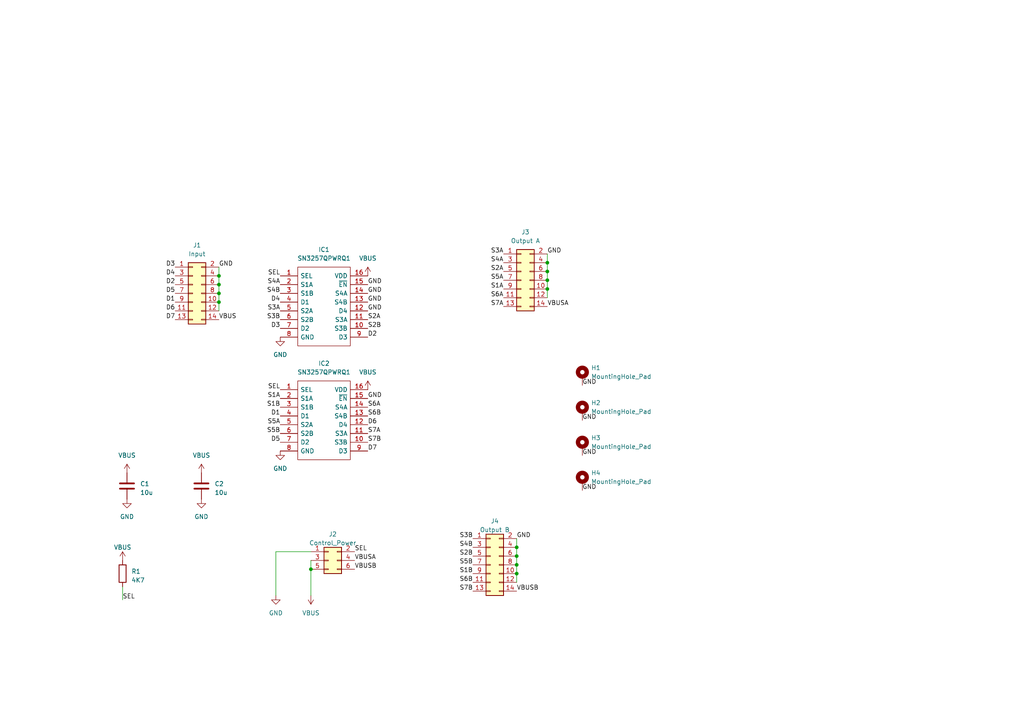
<source format=kicad_sch>
(kicad_sch (version 20230121) (generator eeschema)
  (paper "A4")
  (lib_symbols
    (symbol "Connector_Generic:Conn_02x03_Odd_Even" (pin_names (offset 1.016) hide)
      (property "Reference" "J" (at 1.27 5.08 0))
      (property "Value" "Conn_02x03_Odd_Even" (at 1.27 -5.08 0))
      (symbol "Conn_02x03_Odd_Even_1_1"
        (rectangle (start -1.27 -2.413) (end 0 -2.667) (stroke (width 0.1524)))
        (rectangle (start -1.27 0.127) (end 0 -0.127) (stroke (width 0.1524)))
        (rectangle (start -1.27 2.667) (end 0 2.413) (stroke (width 0.1524)))
        (rectangle (start -1.27 3.81) (end 3.81 -3.81) (stroke (width 0.254)) (fill (type background)))
        (rectangle (start 3.81 -2.413) (end 2.54 -2.667) (stroke (width 0.1524)))
        (rectangle (start 3.81 0.127) (end 2.54 -0.127) (stroke (width 0.1524)))
        (rectangle (start 3.81 2.667) (end 2.54 2.413) (stroke (width 0.1524)))
        (pin passive line (at -5.08 2.54 0) (length 3.81) (name "Pin_1") (number "1"))
        (pin passive line (at 7.62 2.54 180) (length 3.81) (name "Pin_2") (number "2"))
        (pin passive line (at -5.08 0 0) (length 3.81) (name "Pin_3") (number "3"))
        (pin passive line (at 7.62 0 180) (length 3.81) (name "Pin_4") (number "4"))
        (pin passive line (at -5.08 -2.54 0) (length 3.81) (name "Pin_5") (number "5"))
        (pin passive line (at 7.62 -2.54 180) (length 3.81) (name "Pin_6") (number "6"))
      )
    )
    (symbol "Connector_Generic:Conn_02x07_Odd_Even" (pin_names (offset 1.016) hide)
      (property "Reference" "J" (at 1.27 10.16 0))
      (property "Value" "Conn_02x07_Odd_Even" (at 1.27 -10.16 0))
      (symbol "Conn_02x07_Odd_Even_1_1"
        (rectangle (start -1.27 -7.493) (end 0 -7.747) (stroke (width 0.1524)))
        (rectangle (start -1.27 -4.953) (end 0 -5.207) (stroke (width 0.1524)))
        (rectangle (start -1.27 -2.413) (end 0 -2.667) (stroke (width 0.1524)))
        (rectangle (start -1.27 0.127) (end 0 -0.127) (stroke (width 0.1524)))
        (rectangle (start -1.27 2.667) (end 0 2.413) (stroke (width 0.1524)))
        (rectangle (start -1.27 5.207) (end 0 4.953) (stroke (width 0.1524)))
        (rectangle (start -1.27 7.747) (end 0 7.493) (stroke (width 0.1524)))
        (rectangle (start -1.27 8.89) (end 3.81 -8.89) (stroke (width 0.254)) (fill (type background)))
        (rectangle (start 3.81 -7.493) (end 2.54 -7.747) (stroke (width 0.1524)))
        (rectangle (start 3.81 -4.953) (end 2.54 -5.207) (stroke (width 0.1524)))
        (rectangle (start 3.81 -2.413) (end 2.54 -2.667) (stroke (width 0.1524)))
        (rectangle (start 3.81 0.127) (end 2.54 -0.127) (stroke (width 0.1524)))
        (rectangle (start 3.81 2.667) (end 2.54 2.413) (stroke (width 0.1524)))
        (rectangle (start 3.81 5.207) (end 2.54 4.953) (stroke (width 0.1524)))
        (rectangle (start 3.81 7.747) (end 2.54 7.493) (stroke (width 0.1524)))
        (pin passive line (at -5.08 7.62 0) (length 3.81) (name "Pin_1") (number "1"))
        (pin passive line (at 7.62 -2.54 180) (length 3.81) (name "Pin_10") (number "10"))
        (pin passive line (at -5.08 -5.08 0) (length 3.81) (name "Pin_11") (number "11"))
        (pin passive line (at 7.62 -5.08 180) (length 3.81) (name "Pin_12") (number "12"))
        (pin passive line (at -5.08 -7.62 0) (length 3.81) (name "Pin_13") (number "13"))
        (pin passive line (at 7.62 -7.62 180) (length 3.81) (name "Pin_14") (number "14"))
        (pin passive line (at 7.62 7.62 180) (length 3.81) (name "Pin_2") (number "2"))
        (pin passive line (at -5.08 5.08 0) (length 3.81) (name "Pin_3") (number "3"))
        (pin passive line (at 7.62 5.08 180) (length 3.81) (name "Pin_4") (number "4"))
        (pin passive line (at -5.08 2.54 0) (length 3.81) (name "Pin_5") (number "5"))
        (pin passive line (at 7.62 2.54 180) (length 3.81) (name "Pin_6") (number "6"))
        (pin passive line (at -5.08 0 0) (length 3.81) (name "Pin_7") (number "7"))
        (pin passive line (at 7.62 0 180) (length 3.81) (name "Pin_8") (number "8"))
        (pin passive line (at -5.08 -2.54 0) (length 3.81) (name "Pin_9") (number "9"))
      )
    )
    (symbol "Device:C" (pin_numbers hide) (pin_names (offset 0.254))
      (property "Reference" "C" (at 0.635 2.54 0))
      (property "Value" "C" (at 0.635 -2.54 0))
      (symbol "C_0_1"
        (polyline (pts (xy -2.032 -0.762) (xy 2.032 -0.762)) (stroke (width 0.508)))
        (polyline (pts (xy -2.032 0.762) (xy 2.032 0.762)) (stroke (width 0.508)))
      )
      (symbol "C_1_1"
        (pin passive line (at 0 3.81 270) (length 2.794) (name "~") (number "1"))
        (pin passive line (at 0 -3.81 90) (length 2.794) (name "~") (number "2"))
      )
    )
    (symbol "Device:R" (pin_numbers hide) (pin_names (offset 0))
      (property "Reference" "R" (at 2.032 0 90))
      (property "Value" "R" (at 0 0 90))
      (symbol "R_0_1"
        (rectangle (start -1.016 -2.54) (end 1.016 2.54) (stroke (width 0.254)))
      )
      (symbol "R_1_1"
        (pin passive line (at 0 3.81 270) (length 1.27) (name "~") (number "1"))
        (pin passive line (at 0 -3.81 90) (length 1.27) (name "~") (number "2"))
      )
    )
    (symbol "Mechanical:MountingHole_Pad" (pin_numbers hide) (pin_names (offset 1.016) hide)
      (property "Reference" "H" (at 0 6.35 0))
      (property "Value" "MountingHole_Pad" (at 0 4.445 0))
      (symbol "MountingHole_Pad_0_1"
        (circle (center 0 1.27) (radius 1.27) (stroke (width 1.27)))
      )
      (symbol "MountingHole_Pad_1_1"
        (pin input line (at 0 -2.54 90) (length 2.54) (name "1") (number "1"))
      )
    )
    (symbol "mouser:SN3257QPWRQ1" (pin_names (offset 0.762))
      (property "Reference" "IC" (at 21.59 7.62 0))
      (property "Value" "SN3257QPWRQ1" (at 21.59 5.08 0))
      (symbol "SN3257QPWRQ1_0_0"
        (pin passive line (at 0 0 0) (length 5.08) (name "SEL") (number "1"))
        (pin passive line (at 25.4 -15.24 180) (length 5.08) (name "S3B") (number "10"))
        (pin passive line (at 25.4 -12.7 180) (length 5.08) (name "S3A") (number "11"))
        (pin passive line (at 25.4 -10.16 180) (length 5.08) (name "D4") (number "12"))
        (pin passive line (at 25.4 -7.62 180) (length 5.08) (name "S4B") (number "13"))
        (pin passive line (at 25.4 -5.08 180) (length 5.08) (name "S4A") (number "14"))
        (pin passive line (at 25.4 -2.54 180) (length 5.08) (name "~{EN}") (number "15"))
        (pin passive line (at 25.4 0 180) (length 5.08) (name "VDD") (number "16"))
        (pin passive line (at 0 -2.54 0) (length 5.08) (name "S1A") (number "2"))
        (pin passive line (at 0 -5.08 0) (length 5.08) (name "S1B") (number "3"))
        (pin passive line (at 0 -7.62 0) (length 5.08) (name "D1") (number "4"))
        (pin passive line (at 0 -10.16 0) (length 5.08) (name "S2A") (number "5"))
        (pin passive line (at 0 -12.7 0) (length 5.08) (name "S2B") (number "6"))
        (pin passive line (at 0 -15.24 0) (length 5.08) (name "D2") (number "7"))
        (pin passive line (at 0 -17.78 0) (length 5.08) (name "GND") (number "8"))
        (pin passive line (at 25.4 -17.78 180) (length 5.08) (name "D3") (number "9"))
      )
      (symbol "SN3257QPWRQ1_0_1"
        (polyline (pts (xy 5.08 2.54) (xy 20.32 2.54) (xy 20.32 -20.32) (xy 5.08 -20.32) (xy 5.08 2.54)) (stroke (width 0.1524)))
      )
    )
    (symbol "power:GND" (power) (pin_names (offset 0))
      (property "Value" "GND" (at 0 -3.81 0))
      (symbol "GND_0_1"
        (polyline (pts (xy 0 0) (xy 0 -1.27) (xy 1.27 -1.27) (xy 0 -2.54) (xy -1.27 -1.27) (xy 0 -1.27)))
      )
      (symbol "GND_1_1"
        (pin power_in line (at 0 0 270) (length 0) hide (name "GND") (number "1"))
      )
    )
    (symbol "power:VBUS" (power) (pin_names (offset 0))
      (property "Value" "VBUS" (at 0 3.81 0))
      (symbol "VBUS_0_1"
        (polyline (pts (xy -0.762 1.27) (xy 0 2.54)))
        (polyline (pts (xy 0 0) (xy 0 2.54)))
        (polyline (pts (xy 0 2.54) (xy 0.762 1.27)))
      )
      (symbol "VBUS_1_1"
        (pin power_in line (at 0 0 90) (length 0) hide (name "VBUS") (number "1"))
      )
    )
  )
  (junction (at 149.86 166.37))
  (junction (at 149.86 161.29))
  (junction (at 90.17 165.1))
  (junction (at 149.86 158.75))
  (junction (at 158.75 83.82))
  (junction (at 158.75 76.2))
  (junction (at 63.5 82.55))
  (junction (at 158.75 81.28))
  (junction (at 63.5 87.63))
  (junction (at 63.5 85.09))
  (junction (at 149.86 163.83))
  (junction (at 63.5 80.01))
  (junction (at 158.75 78.74))
  (wire (pts (xy 149.86 156.21) (xy 149.86 158.75)))
  (wire (pts (xy 158.75 78.74) (xy 158.75 81.28)))
  (wire (pts (xy 63.5 82.55) (xy 63.5 85.09)))
  (wire (pts (xy 90.17 162.56) (xy 90.17 165.1)))
  (wire (pts (xy 149.86 161.29) (xy 149.86 163.83)))
  (wire (pts (xy 63.5 87.63) (xy 63.5 90.17)))
  (wire (pts (xy 158.75 73.66) (xy 158.75 76.2)))
  (wire (pts (xy 90.17 160.02) (xy 80.01 160.02)))
  (wire (pts (xy 149.86 163.83) (xy 149.86 166.37)))
  (wire (pts (xy 158.75 76.2) (xy 158.75 78.74)))
  (wire (pts (xy 63.5 77.47) (xy 63.5 80.01)))
  (wire (pts (xy 80.01 160.02) (xy 80.01 172.72)))
  (wire (pts (xy 149.86 158.75) (xy 149.86 161.29)))
  (wire (pts (xy 158.75 83.82) (xy 158.75 86.36)))
  (wire (pts (xy 149.86 166.37) (xy 149.86 168.91)))
  (wire (pts (xy 158.75 81.28) (xy 158.75 83.82)))
  (wire (pts (xy 63.5 80.01) (xy 63.5 82.55)))
  (wire (pts (xy 90.17 165.1) (xy 90.17 172.72)))
  (wire (pts (xy 63.5 85.09) (xy 63.5 87.63)))
  (wire (pts (xy 35.56 170.18) (xy 35.56 173.99)))
  (label "S2A" (at 146.05 78.74 180))
  (label "S4B" (at 81.28 85.09 180))
  (label "D5" (at 81.28 128.27 180))
  (label "D6" (at 50.8 90.17 180))
  (label "VBUS" (at 63.5 92.71 0))
  (label "VBUSB" (at 149.86 171.45 0))
  (label "GND" (at 168.91 111.76 0))
  (label "S5A" (at 81.28 123.19 180))
  (label "S7A" (at 146.05 88.9 180))
  (label "S7B" (at 106.68 128.27 0))
  (label "S1B" (at 137.16 166.37 180))
  (label "SEL" (at 81.28 80.01 180))
  (label "S1B" (at 81.28 118.11 180))
  (label "S6A" (at 106.68 118.11 0))
  (label "S5B" (at 81.28 125.73 180))
  (label "D7" (at 106.68 130.81 0))
  (label "GND" (at 168.91 132.08 0))
  (label "D1" (at 50.8 87.63 180))
  (label "D7" (at 50.8 92.71 180))
  (label "D1" (at 81.28 120.65 180))
  (label "S2B" (at 137.16 161.29 180))
  (label "D6" (at 106.68 123.19 0))
  (label "S5B" (at 137.16 163.83 180))
  (label "S6B" (at 137.16 168.91 180))
  (label "S6A" (at 146.05 86.36 180))
  (label "GND" (at 106.68 85.09 0))
  (label "S3A" (at 146.05 73.66 180))
  (label "GND" (at 106.68 90.17 0))
  (label "S3B" (at 137.16 156.21 180))
  (label "SEL" (at 81.28 113.03 180))
  (label "GND" (at 106.68 82.55 0))
  (label "S1A" (at 146.05 83.82 180))
  (label "D5" (at 50.8 85.09 180))
  (label "GND" (at 168.91 121.92 0))
  (label "S4B" (at 137.16 158.75 180))
  (label "D3" (at 81.28 95.25 180))
  (label "SEL" (at 35.56 173.99 0))
  (label "GND" (at 106.68 87.63 0))
  (label "D4" (at 81.28 87.63 180))
  (label "S2A" (at 106.68 92.71 0))
  (label "S4A" (at 146.05 76.2 180))
  (label "D2" (at 50.8 82.55 180))
  (label "S7B" (at 137.16 171.45 180))
  (label "S5A" (at 146.05 81.28 180))
  (label "GND" (at 63.5 77.47 0))
  (label "SEL" (at 102.87 160.02 0))
  (label "GND" (at 168.91 142.24 0))
  (label "S3A" (at 81.28 90.17 180))
  (label "GND" (at 106.68 115.57 0))
  (label "GND" (at 158.75 73.66 0))
  (label "VBUSA" (at 158.75 88.9 0))
  (label "D3" (at 50.8 77.47 180))
  (label "S2B" (at 106.68 95.25 0))
  (label "D2" (at 106.68 97.79 0))
  (label "S1A" (at 81.28 115.57 180))
  (label "VBUSB" (at 102.87 165.1 0))
  (label "GND" (at 149.86 156.21 0))
  (label "S6B" (at 106.68 120.65 0))
  (label "VBUSA" (at 102.87 162.56 0))
  (label "D4" (at 50.8 80.01 180))
  (label "S7A" (at 106.68 125.73 0))
  (label "S4A" (at 81.28 82.55 180))
  (label "S3B" (at 81.28 92.71 180))
  (symbol (lib_id "power:VBUS") (at 106.68 113.03 0) (unit 1)
    (property "Reference" "#PWR0108" (effects hide))
    (property "Value" "VBUS" (at 106.68 107.95 0))
  )
  (symbol (lib_id "Mechanical:MountingHole_Pad") (at 168.91 119.38 0) (unit 1)
    (property "Reference" "H2" (at 171.45 116.8399 0) (effects (justify left)))
    (property "Value" "MountingHole_Pad" (at 171.45 119.3799 0) (effects (justify left)))
    (property "Footprint" "MountingHole:MountingHole_3.2mm_M3_Pad_TopBottom" (effects hide))
  )
  (symbol (lib_id "Mechanical:MountingHole_Pad") (at 168.91 109.22 0) (unit 1)
    (property "Reference" "H1" (at 171.45 106.6799 0) (effects (justify left)))
    (property "Value" "MountingHole_Pad" (at 171.45 109.2199 0) (effects (justify left)))
    (property "Footprint" "MountingHole:MountingHole_3.2mm_M3_Pad_TopBottom" (effects hide))
  )
  (symbol (lib_id "power:GND") (at 80.01 172.72 0) (unit 1)
    (property "Reference" "#PWR0101" (effects hide))
    (property "Value" "GND" (at 80.01 177.8 0))
  )
  (symbol (lib_id "power:VBUS") (at 35.56 162.56 0) (unit 1)
    (property "Reference" "#PWR01" (effects hide))
    (property "Value" "VBUS" (at 35.56 158.75 0))
  )
  (symbol (lib_id "Mechanical:MountingHole_Pad") (at 168.91 129.54 0) (unit 1)
    (property "Reference" "H3" (at 171.45 126.9999 0) (effects (justify left)))
    (property "Value" "MountingHole_Pad" (at 171.45 129.5399 0) (effects (justify left)))
    (property "Footprint" "MountingHole:MountingHole_3.2mm_M3_Pad_TopBottom" (effects hide))
  )
  (symbol (lib_id "Connector_Generic:Conn_02x07_Odd_Even") (at 142.24 163.83 0) (unit 1)
    (property "Reference" "J4" (at 143.51 151.13 0))
    (property "Value" "Output B" (at 143.51 153.67 0))
    (property "Footprint" "Connector_PinHeader_2.54mm:PinHeader_2x07_P2.54mm_Vertical" (effects hide))
  )
  (symbol (lib_id "mouser:SN3257QPWRQ1") (at 81.28 113.03 0) (unit 1)
    (property "Reference" "IC2" (at 93.98 105.41 0))
    (property "Value" "SN3257QPWRQ1" (at 93.98 107.95 0))
    (property "Footprint" "mouser:SOP65P640X120-16N" (effects hide))
    (property "Datasheet" "https://www.ti.com/lit/gpn/SN3257-Q1" (effects hide))
    (property "Description" "PRECISION ANALOG MULTIPLEXER" (effects hide))
    (property "Height" "1.2" (effects hide))
    (property "Manufacturer_Name" "Texas Instruments" (effects hide))
    (property "Manufacturer_Part_Number" "SN3257QPWRQ1" (effects hide))
  )
  (symbol (lib_id "Device:C") (at 36.83 140.97 0) (unit 1)
    (property "Reference" "C1" (at 40.64 140.335 0) (effects (justify left)))
    (property "Value" "10u" (at 40.64 142.875 0) (effects (justify left)))
    (property "Footprint" "Capacitor_SMD:C_0805_2012Metric" (effects hide))
  )
  (symbol (lib_id "Device:R") (at 35.56 166.37 0) (unit 1)
    (property "Reference" "R1" (at 38.1 165.735 0) (effects (justify left)))
    (property "Value" "4K7" (at 38.1 168.275 0) (effects (justify left)))
    (property "Footprint" "Resistor_SMD:R_0805_2012Metric" (effects hide))
  )
  (symbol (lib_id "Device:C") (at 58.42 140.97 0) (unit 1)
    (property "Reference" "C2" (at 62.23 140.335 0) (effects (justify left)))
    (property "Value" "10u" (at 62.23 142.875 0) (effects (justify left)))
    (property "Footprint" "Capacitor_SMD:C_0805_2012Metric" (effects hide))
  )
  (symbol (lib_id "power:VBUS") (at 90.17 172.72 180) (unit 1)
    (property "Reference" "#PWR0102" (effects hide))
    (property "Value" "VBUS" (at 90.17 177.8 0))
  )
  (symbol (lib_id "Connector_Generic:Conn_02x07_Odd_Even") (at 151.13 81.28 0) (unit 1)
    (property "Reference" "J3" (at 152.4 67.31 0))
    (property "Value" "Output A" (at 152.4 69.85 0))
    (property "Footprint" "Connector_PinHeader_2.54mm:PinHeader_2x07_P2.54mm_Vertical" (effects hide))
  )
  (symbol (lib_id "Connector_Generic:Conn_02x03_Odd_Even") (at 95.25 162.56 0) (unit 1)
    (property "Reference" "J2" (at 96.52 154.94 0))
    (property "Value" "Control_Power" (at 96.52 157.48 0))
    (property "Footprint" "Connector_PinHeader_2.54mm:PinHeader_2x03_P2.54mm_Vertical" (effects hide))
  )
  (symbol (lib_id "mouser:SN3257QPWRQ1") (at 81.28 80.01 0) (unit 1)
    (property "Reference" "IC1" (at 93.98 72.39 0))
    (property "Value" "SN3257QPWRQ1" (at 93.98 74.93 0))
    (property "Footprint" "mouser:SOP65P640X120-16N" (effects hide))
    (property "Datasheet" "https://www.ti.com/lit/gpn/SN3257-Q1" (effects hide))
    (property "Description" "PRECISION ANALOG MULTIPLEXER" (effects hide))
    (property "Height" "1.2" (effects hide))
    (property "Manufacturer_Name" "Texas Instruments" (effects hide))
    (property "Manufacturer_Part_Number" "SN3257QPWRQ1" (effects hide))
  )
  (symbol (lib_id "power:GND") (at 81.28 130.81 0) (unit 1)
    (property "Reference" "#PWR0107" (effects hide))
    (property "Value" "GND" (at 81.28 135.89 0))
  )
  (symbol (lib_id "power:GND") (at 36.83 144.78 0) (unit 1)
    (property "Reference" "#PWR0104" (effects hide))
    (property "Value" "GND" (at 36.83 149.86 0))
  )
  (symbol (lib_id "power:VBUS") (at 106.68 80.01 0) (unit 1)
    (property "Reference" "#PWR0113" (effects hide))
    (property "Value" "VBUS" (at 106.68 74.93 0))
  )
  (symbol (lib_id "power:GND") (at 58.42 144.78 0) (unit 1)
    (property "Reference" "#PWR0106" (effects hide))
    (property "Value" "GND" (at 58.42 149.86 0))
  )
  (symbol (lib_id "power:GND") (at 81.28 97.79 0) (unit 1)
    (property "Reference" "#PWR0112" (effects hide))
    (property "Value" "GND" (at 81.28 102.87 0))
  )
  (symbol (lib_id "Mechanical:MountingHole_Pad") (at 168.91 139.7 0) (unit 1)
    (property "Reference" "H4" (at 171.45 137.1599 0) (effects (justify left)))
    (property "Value" "MountingHole_Pad" (at 171.45 139.6999 0) (effects (justify left)))
    (property "Footprint" "MountingHole:MountingHole_3.2mm_M3_Pad_TopBottom" (effects hide))
  )
  (symbol (lib_id "power:VBUS") (at 36.83 137.16 0) (unit 1)
    (property "Reference" "#PWR0103" (effects hide))
    (property "Value" "VBUS" (at 36.83 132.08 0))
  )
  (symbol (lib_id "Connector_Generic:Conn_02x07_Odd_Even") (at 55.88 85.09 0) (unit 1)
    (property "Reference" "J1" (at 57.15 71.12 0))
    (property "Value" "Input" (at 57.15 73.66 0))
    (property "Footprint" "Connector_PinHeader_2.54mm:PinHeader_2x07_P2.54mm_Vertical" (effects hide))
  )
  (symbol (lib_id "power:VBUS") (at 58.42 137.16 0) (unit 1)
    (property "Reference" "#PWR0105" (effects hide))
    (property "Value" "VBUS" (at 58.42 132.08 0))
  )
)
</source>
